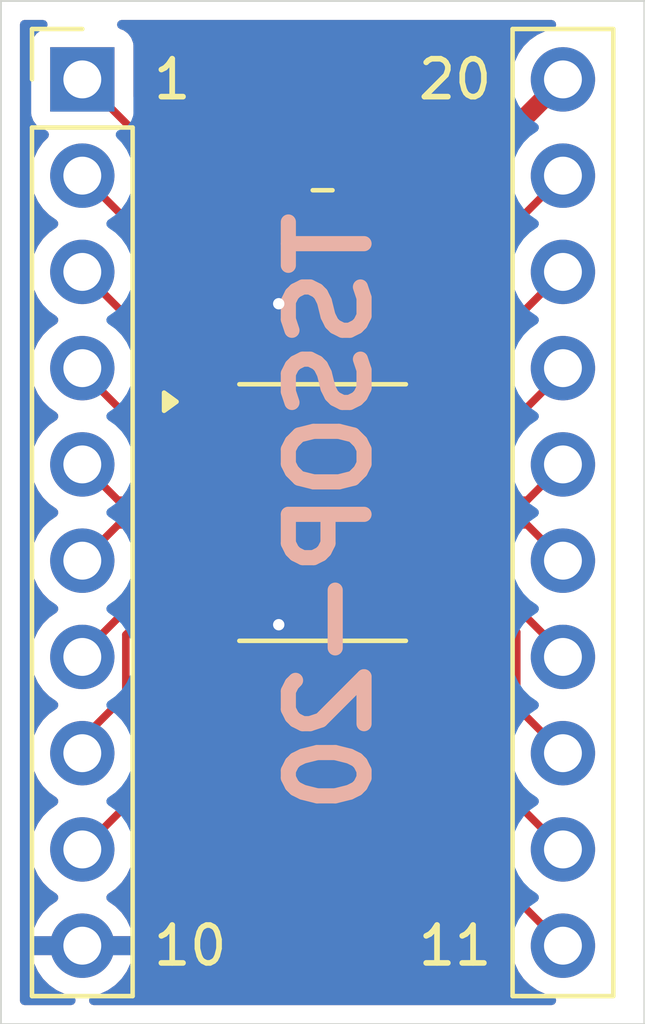
<source format=kicad_pcb>
(kicad_pcb (version 20240108) (generator "pcbnew") (generator_version "8.0")
  (layers (0 "F.Cu" signal) (31 "B.Cu" signal) (34 "B.Paste" user) (35 "F.Paste" user) (36 "B.SilkS" user "B.Silkscreen") (37 "F.SilkS" user "F.Silkscreen") (38 "B.Mask" user) (39 "F.Mask" user) (44 "Edge.Cuts" user))
  (net 0 "")
  (net 1 "Net-(J4-Pin_10)")
  (net 2 "/GND")
  (net 3 "Net-(J4-Pin_1)")
  (net 4 "Net-(J3-Pin_6)")
  (net 5 "Net-(J3-Pin_8)")
  (net 6 "Net-(J3-Pin_7)")
  (net 7 "Net-(J3-Pin_1)")
  (net 8 "Net-(J4-Pin_6)")
  (net 9 "Net-(J4-Pin_7)")
  (net 10 "Net-(J4-Pin_5)")
  (net 11 "Net-(J3-Pin_5)")
  (net 12 "Net-(J4-Pin_2)")
  (net 13 "Net-(J3-Pin_4)")
  (net 14 "Net-(J3-Pin_2)")
  (net 15 "Net-(J3-Pin_9)")
  (net 16 "Net-(J4-Pin_8)")
  (net 17 "Net-(J3-Pin_3)")
  (net 18 "Net-(J4-Pin_3)")
  (net 19 "Net-(J4-Pin_9)")
  (net 20 "Net-(J4-Pin_4)")
  (footprint "Connector_PinHeader_2.54mm:PinHeader_1x10_P2.54mm_Vertical" (layer "F.Cu") (at 52.15 52.07)
    (property "Reference" "J3" (hide yes))
    (property "Value" "tssop_20_left" (hide yes))
    (fp_line (start -1.33 -1.33) (end 0 -1.33) (stroke (width 0.12)) (layer "F.SilkS"))
    (fp_line (start -1.33 0) (end -1.33 -1.33) (stroke (width 0.12)) (layer "F.SilkS"))
    (fp_line (start -1.33 1.27) (end -1.33 24.19) (stroke (width 0.12)) (layer "F.SilkS"))
    (fp_line (start -1.33 1.27) (end 1.33 1.27) (stroke (width 0.12)) (layer "F.SilkS"))
    (fp_line (start -1.33 24.19) (end 1.33 24.19) (stroke (width 0.12)) (layer "F.SilkS"))
    (fp_line (start 1.33 1.27) (end 1.33 24.19) (stroke (width 0.12)) (layer "F.SilkS"))
    (pad "1" thru_hole rect (at 0 0) (size 1.7 1.7) (drill 1) (layers "*.Cu" "*.Mask") (net 7 "Net-(J3-Pin_1)"))
    (pad "2" thru_hole oval (at 0 2.54) (size 1.7 1.7) (drill 1) (layers "*.Cu" "*.Mask") (net 14 "Net-(J3-Pin_2)"))
    (pad "3" thru_hole oval (at 0 5.08) (size 1.7 1.7) (drill 1) (layers "*.Cu" "*.Mask") (net 17 "Net-(J3-Pin_3)"))
    (pad "4" thru_hole oval (at 0 7.62) (size 1.7 1.7) (drill 1) (layers "*.Cu" "*.Mask") (net 13 "Net-(J3-Pin_4)"))
    (pad "5" thru_hole oval (at 0 10.16) (size 1.7 1.7) (drill 1) (layers "*.Cu" "*.Mask") (net 11 "Net-(J3-Pin_5)"))
    (pad "6" thru_hole oval (at 0 12.7) (size 1.7 1.7) (drill 1) (layers "*.Cu" "*.Mask") (net 4 "Net-(J3-Pin_6)"))
    (pad "7" thru_hole oval (at 0 15.24) (size 1.7 1.7) (drill 1) (layers "*.Cu" "*.Mask") (net 6 "Net-(J3-Pin_7)"))
    (pad "8" thru_hole oval (at 0 17.78) (size 1.7 1.7) (drill 1) (layers "*.Cu" "*.Mask") (net 5 "Net-(J3-Pin_8)"))
    (pad "9" thru_hole oval (at 0 20.32) (size 1.7 1.7) (drill 1) (layers "*.Cu" "*.Mask") (net 15 "Net-(J3-Pin_9)"))
    (pad "10" thru_hole oval (at 0 22.86) (size 1.7 1.7) (drill 1) (layers "*.Cu" "*.Mask") (net 2 "/GND"))
  )
  (footprint "Package_SO:TSSOP-20_4.4x6.5mm_P0.65mm" (layer "F.Cu") (at 58.5 63.5)
    (property "Reference" "U2" (hide yes))
    (property "Value" "tssop-20" (hide yes))
    (fp_line (start 0 -3.385) (end -2.2 -3.385) (stroke (width 0.12)) (layer "F.SilkS"))
    (fp_line (start 0 -3.385) (end 2.2 -3.385) (stroke (width 0.12)) (layer "F.SilkS"))
    (fp_line (start 0 3.385) (end -2.2 3.385) (stroke (width 0.12)) (layer "F.SilkS"))
    (fp_line (start 0 3.385) (end 2.2 3.385) (stroke (width 0.12)) (layer "F.SilkS"))
    (fp_poly (pts (xy -3.86 -2.925) (xy -4.19 -3.165) (xy -4.19 -2.685) (xy -3.86 -2.925)) (stroke (width 0.12)) (fill solid) (layer "F.SilkS"))
    (pad "1" smd roundrect (at -2.8625 -2.925) (size 1.475 0.4) (layers "F.Cu" "F.Paste" "F.Mask") (net 7 "Net-(J3-Pin_1)"))
    (pad "2" smd roundrect (at -2.8625 -2.275) (size 1.475 0.4) (layers "F.Cu" "F.Paste" "F.Mask") (net 14 "Net-(J3-Pin_2)"))
    (pad "3" smd roundrect (at -2.8625 -1.625) (size 1.475 0.4) (layers "F.Cu" "F.Paste" "F.Mask") (net 17 "Net-(J3-Pin_3)"))
    (pad "4" smd roundrect (at -2.8625 -0.975) (size 1.475 0.4) (layers "F.Cu" "F.Paste" "F.Mask") (net 13 "Net-(J3-Pin_4)"))
    (pad "5" smd roundrect (at -2.8625 -0.325) (size 1.475 0.4) (layers "F.Cu" "F.Paste" "F.Mask") (net 11 "Net-(J3-Pin_5)"))
    (pad "6" smd roundrect (at -2.8625 0.325) (size 1.475 0.4) (layers "F.Cu" "F.Paste" "F.Mask") (net 4 "Net-(J3-Pin_6)"))
    (pad "7" smd roundrect (at -2.8625 0.975) (size 1.475 0.4) (layers "F.Cu" "F.Paste" "F.Mask") (net 6 "Net-(J3-Pin_7)"))
    (pad "8" smd roundrect (at -2.8625 1.625) (size 1.475 0.4) (layers "F.Cu" "F.Paste" "F.Mask") (net 5 "Net-(J3-Pin_8)"))
    (pad "9" smd roundrect (at -2.8625 2.275) (size 1.475 0.4) (layers "F.Cu" "F.Paste" "F.Mask") (net 15 "Net-(J3-Pin_9)"))
    (pad "10" smd roundrect (at -2.8625 2.925) (size 1.475 0.4) (layers "F.Cu" "F.Paste" "F.Mask") (net 2 "/GND"))
    (pad "11" smd roundrect (at 2.8625 2.925) (size 1.475 0.4) (layers "F.Cu" "F.Paste" "F.Mask") (net 3 "Net-(J4-Pin_1)"))
    (pad "12" smd roundrect (at 2.8625 2.275) (size 1.475 0.4) (layers "F.Cu" "F.Paste" "F.Mask") (net 12 "Net-(J4-Pin_2)"))
    (pad "13" smd roundrect (at 2.8625 1.625) (size 1.475 0.4) (layers "F.Cu" "F.Paste" "F.Mask") (net 18 "Net-(J4-Pin_3)"))
    (pad "14" smd roundrect (at 2.8625 0.975) (size 1.475 0.4) (layers "F.Cu" "F.Paste" "F.Mask") (net 20 "Net-(J4-Pin_4)"))
    (pad "15" smd roundrect (at 2.8625 0.325) (size 1.475 0.4) (layers "F.Cu" "F.Paste" "F.Mask") (net 10 "Net-(J4-Pin_5)"))
    (pad "16" smd roundrect (at 2.8625 -0.325) (size 1.475 0.4) (layers "F.Cu" "F.Paste" "F.Mask") (net 8 "Net-(J4-Pin_6)"))
    (pad "17" smd roundrect (at 2.8625 -0.975) (size 1.475 0.4) (layers "F.Cu" "F.Paste" "F.Mask") (net 9 "Net-(J4-Pin_7)"))
    (pad "18" smd roundrect (at 2.8625 -1.625) (size 1.475 0.4) (layers "F.Cu" "F.Paste" "F.Mask") (net 16 "Net-(J4-Pin_8)"))
    (pad "19" smd roundrect (at 2.8625 -2.275) (size 1.475 0.4) (layers "F.Cu" "F.Paste" "F.Mask") (net 19 "Net-(J4-Pin_9)"))
    (pad "20" smd roundrect (at 2.8625 -2.925) (size 1.475 0.4) (layers "F.Cu" "F.Paste" "F.Mask") (net 1 "Net-(J4-Pin_10)"))
  )
  (footprint "Connector_PinHeader_2.54mm:PinHeader_1x10_P2.54mm_Vertical" (layer "F.Cu") (at 64.85 74.93 180)
    (property "Reference" "J4" (hide yes))
    (property "Value" "tssop_20_right" (hide yes))
    (fp_line (start 1.33 -1.33) (end 1.33 24.19) (stroke (width 0.12)) (layer "F.SilkS"))
    (fp_line (start -1.33 24.19) (end 1.33 24.19) (stroke (width 0.12)) (layer "F.SilkS"))
    (fp_line (start -1.33 -1.33) (end 1.33 -1.33) (stroke (width 0.12)) (layer "F.SilkS"))
    (fp_line (start -1.33 -1.33) (end -1.33 24.19) (stroke (width 0.12)) (layer "F.SilkS"))
    (pad "1" thru_hole oval (at 0 0 180) (size 1.7 1.7) (drill 1) (layers "*.Cu" "*.Mask") (net 3 "Net-(J4-Pin_1)"))
    (pad "2" thru_hole oval (at 0 2.54 180) (size 1.7 1.7) (drill 1) (layers "*.Cu" "*.Mask") (net 12 "Net-(J4-Pin_2)"))
    (pad "3" thru_hole oval (at 0 5.08 180) (size 1.7 1.7) (drill 1) (layers "*.Cu" "*.Mask") (net 18 "Net-(J4-Pin_3)"))
    (pad "4" thru_hole oval (at 0 7.62 180) (size 1.7 1.7) (drill 1) (layers "*.Cu" "*.Mask") (net 20 "Net-(J4-Pin_4)"))
    (pad "5" thru_hole oval (at 0 10.16 180) (size 1.7 1.7) (drill 1) (layers "*.Cu" "*.Mask") (net 10 "Net-(J4-Pin_5)"))
    (pad "6" thru_hole oval (at 0 12.7 180) (size 1.7 1.7) (drill 1) (layers "*.Cu" "*.Mask") (net 8 "Net-(J4-Pin_6)"))
    (pad "7" thru_hole oval (at 0 15.24 180) (size 1.7 1.7) (drill 1) (layers "*.Cu" "*.Mask") (net 9 "Net-(J4-Pin_7)"))
    (pad "8" thru_hole oval (at 0 17.78 180) (size 1.7 1.7) (drill 1) (layers "*.Cu" "*.Mask") (net 16 "Net-(J4-Pin_8)"))
    (pad "9" thru_hole oval (at 0 20.32 180) (size 1.7 1.7) (drill 1) (layers "*.Cu" "*.Mask") (net 19 "Net-(J4-Pin_9)"))
    (pad "10" thru_hole oval (at 0 22.86 180) (size 1.7 1.7) (drill 1) (layers "*.Cu" "*.Mask") (net 1 "Net-(J4-Pin_10)"))
  )
  (footprint "Capacitor_SMD:C_0805_2012Metric_Pad1.18x1.45mm_HandSolder" (layer "F.Cu") (at 58.5 55.73)
    (property "Reference" "C2" (hide yes))
    (property "Value" "C" (hide yes))
    (fp_line (start -0.261252 -0.735) (end 0.261252 -0.735) (stroke (width 0.12)) (layer "F.SilkS"))
    (fp_line (start -0.261252 0.735) (end 0.261252 0.735) (stroke (width 0.12)) (layer "F.SilkS"))
    (pad "1" smd roundrect (at -1.0375 0) (size 1.175 1.45) (layers "F.Cu" "F.Paste" "F.Mask") (roundrect_rratio 0.212766) (net 2 "/GND"))
    (pad "2" smd roundrect (at 1.0375 0) (size 1.175 1.45) (layers "F.Cu" "F.Paste" "F.Mask") (roundrect_rratio 0.212766) (net 1 "Net-(J4-Pin_10)"))
  )
  (gr_rect (start 50 50) (end 67 77) (stroke (width 0.05)) (fill none) (layer "Edge.Cuts"))
  (gr_text "TSSOP-20" (at 58.69 63.5 90) (layer "B.SilkS") (effects (font (size 2 2) (thickness 0.4) (bold yes)) (justify mirror)))
  (gr_text "20" (at 63.05 52.07 0) (layer "F.SilkS") (effects (font (size 1 1) (thickness 0.15) (bold yes)) (justify right)))
  (gr_text "11" (at 63.05 74.93 0) (layer "F.SilkS") (effects (font (size 1 1) (thickness 0.15) (bold yes)) (justify right)))
  (gr_text "1" (at 53.95 52.07 0) (layer "F.SilkS") (effects (font (size 1 1) (thickness 0.15) (bold yes)) (justify left)))
  (gr_text "10" (at 53.95 74.93 0) (layer "F.SilkS") (effects (font (size 1 1) (thickness 0.15) (bold yes)) (justify left)))
  (segment (start 59.41 58.3925) (end 59.41 55.73) (width 0.5) (layer "F.Cu") (net 1))
  (segment (start 61.19 55.73) (end 64.85 52.07) (width 0.5) (layer "F.Cu") (net 1))
  (segment (start 59.41 55.73) (end 61.19 55.73) (width 0.5) (layer "F.Cu") (net 1))
  (segment (start 61.3625 60.575) (end 61.3625 60.345) (width 0.4) (layer "F.Cu") (net 1))
  (segment (start 61.3625 60.345) (end 59.41 58.3925) (width 0.5) (layer "F.Cu") (net 1))
  (segment (start 55.6375 66.6575) (end 55.6375 73.4325) (width 0.5) (layer "F.Cu") (net 2))
  (segment (start 57.34 55.735) (end 57.335 55.73) (width 0.2) (layer "F.Cu") (net 2))
  (segment (start 57.305 66.425) (end 55.6375 66.425) (width 0.4) (layer "F.Cu") (net 2))
  (segment (start 55.6375 66.425) (end 55.6375 66.6575) (width 0.4) (layer "F.Cu") (net 2))
  (segment (start 57.34 66.46) (end 57.305 66.425) (width 0.2) (layer "F.Cu") (net 2))
  (segment (start 54.14 74.93) (end 52.15 74.93) (width 0.5) (layer "F.Cu") (net 2))
  (segment (start 55.6375 73.4325) (end 54.14 74.93) (width 0.5) (layer "F.Cu") (net 2))
  (segment (start 57.34 57.99) (end 57.34 55.735) (width 0.5) (layer "F.Cu") (net 2))
  (via (at 57.34 57.99) (size 0.6) (drill 0.3) (layers "F.Cu" "B.Cu") (net 2))
  (via (at 57.34 66.46) (size 0.6) (drill 0.3) (layers "F.Cu" "B.Cu") (net 2))
  (segment (start 54.115 74.93) (end 52.15 74.93) (width 0.5) (layer "B.Cu") (net 2))
  (segment (start 57.34 71.705) (end 54.115 74.93) (width 0.5) (layer "B.Cu") (net 2))
  (segment (start 57.34 57.99) (end 57.34 71.705) (width 0.5) (layer "B.Cu") (net 2))
  (segment (start 61.3625 66.425) (end 61.3625 71.4425) (width 0.2) (layer "F.Cu") (net 3))
  (segment (start 61.3625 71.4425) (end 64.85 74.93) (width 0.2) (layer "F.Cu") (net 3))
  (segment (start 53.095 63.825) (end 52.15 64.77) (width 0.2) (layer "F.Cu") (net 4))
  (segment (start 55.6375 63.825) (end 53.095 63.825) (width 0.2) (layer "F.Cu") (net 4))
  (segment (start 55.6375 65.125) (end 54.900001 65.125) (width 0.2) (layer "F.Cu") (net 5))
  (segment (start 54.900001 65.125) (end 53.3 66.725001) (width 0.2) (layer "F.Cu") (net 5))
  (segment (start 53.3 68.32) (end 52.15 69.47) (width 0.2) (layer "F.Cu") (net 5))
  (segment (start 53.3 66.725001) (end 53.3 68.32) (width 0.2) (layer "F.Cu") (net 5))
  (segment (start 55.6375 64.475) (end 54.900001 64.475) (width 0.2) (layer "F.Cu") (net 6))
  (segment (start 52.15 67.225001) (end 52.15 67.31) (width 0.2) (layer "F.Cu") (net 6))
  (segment (start 54.900001 64.475) (end 52.15 67.225001) (width 0.2) (layer "F.Cu") (net 6))
  (segment (start 55.6375 60.575) (end 55.6375 55.5575) (width 0.2) (layer "F.Cu") (net 7))
  (segment (start 55.6375 55.5575) (end 52.15 52.07) (width 0.2) (layer "F.Cu") (net 7))
  (segment (start 61.3625 63.175) (end 63.905 63.175) (width 0.2) (layer "F.Cu") (net 8))
  (segment (start 63.905 63.175) (end 64.85 62.23) (width 0.2) (layer "F.Cu") (net 8))
  (segment (start 61.3625 62.525) (end 62.099999 62.525) (width 0.2) (layer "F.Cu") (net 9))
  (segment (start 62.099999 62.525) (end 64.85 59.774999) (width 0.2) (layer "F.Cu") (net 9))
  (segment (start 64.85 59.774999) (end 64.85 59.69) (width 0.2) (layer "F.Cu") (net 9))
  (segment (start 61.3625 63.825) (end 63.905 63.825) (width 0.2) (layer "F.Cu") (net 10))
  (segment (start 63.905 63.825) (end 64.85 64.77) (width 0.2) (layer "F.Cu") (net 10))
  (segment (start 55.6375 63.175) (end 53.095 63.175) (width 0.2) (layer "F.Cu") (net 11))
  (segment (start 53.095 63.175) (end 52.15 62.23) (width 0.2) (layer "F.Cu") (net 11))
  (segment (start 63.2 70.74) (end 64.85 72.39) (width 0.2) (layer "F.Cu") (net 12))
  (segment (start 62.099999 65.775) (end 63.2 66.875001) (width 0.2) (layer "F.Cu") (net 12))
  (segment (start 63.2 66.875001) (end 63.2 70.74) (width 0.2) (layer "F.Cu") (net 12))
  (segment (start 61.3625 65.775) (end 62.099999 65.775) (width 0.2) (layer "F.Cu") (net 12))
  (segment (start 52.15 59.774999) (end 52.15 59.69) (width 0.2) (layer "F.Cu") (net 13))
  (segment (start 55.6375 62.525) (end 54.900001 62.525) (width 0.2) (layer "F.Cu") (net 13))
  (segment (start 54.900001 62.525) (end 52.15 59.774999) (width 0.2) (layer "F.Cu") (net 13))
  (segment (start 55.6375 61.225) (end 54.900001 61.225) (width 0.2) (layer "F.Cu") (net 14))
  (segment (start 54.52 56.98) (end 52.15 54.61) (width 0.2) (layer "F.Cu") (net 14))
  (segment (start 54.900001 61.225) (end 54.52 60.844999) (width 0.2) (layer "F.Cu") (net 14))
  (segment (start 54.52 60.844999) (end 54.52 56.98) (width 0.2) (layer "F.Cu") (net 14))
  (segment (start 55.6375 65.775) (end 54.900001 65.775) (width 0.2) (layer "F.Cu") (net 15))
  (segment (start 53.75 70.79) (end 52.15 72.39) (width 0.2) (layer "F.Cu") (net 15))
  (segment (start 53.75 66.925001) (end 53.75 70.79) (width 0.2) (layer "F.Cu") (net 15))
  (segment (start 54.900001 65.775) (end 53.75 66.925001) (width 0.2) (layer "F.Cu") (net 15))
  (segment (start 61.3625 61.875) (end 62.099999 61.875) (width 0.2) (layer "F.Cu") (net 16))
  (segment (start 63.36 58.64) (end 64.85 57.15) (width 0.2) (layer "F.Cu") (net 16))
  (segment (start 63.36 60.614999) (end 63.36 58.64) (width 0.2) (layer "F.Cu") (net 16))
  (segment (start 62.099999 61.875) (end 63.36 60.614999) (width 0.2) (layer "F.Cu") (net 16))
  (segment (start 54.12 59.12) (end 52.15 57.15) (width 0.2) (layer "F.Cu") (net 17))
  (segment (start 55.6375 61.875) (end 54.900001 61.875) (width 0.2) (layer "F.Cu") (net 17))
  (segment (start 54.12 61.094999) (end 54.12 59.12) (width 0.2) (layer "F.Cu") (net 17))
  (segment (start 54.900001 61.875) (end 54.12 61.094999) (width 0.2) (layer "F.Cu") (net 17))
  (segment (start 63.63 68.63) (end 64.85 69.85) (width 0.2) (layer "F.Cu") (net 18))
  (segment (start 62.099999 65.125) (end 63.63 66.655001) (width 0.2) (layer "F.Cu") (net 18))
  (segment (start 61.3625 65.125) (end 62.099999 65.125) (width 0.2) (layer "F.Cu") (net 18))
  (segment (start 63.63 66.655001) (end 63.63 68.63) (width 0.2) (layer "F.Cu") (net 18))
  (segment (start 62.49 56.97) (end 64.85 54.61) (width 0.2) (layer "F.Cu") (net 19))
  (segment (start 62.099999 61.225) (end 62.49 60.834999) (width 0.2) (layer "F.Cu") (net 19))
  (segment (start 62.49 60.834999) (end 62.49 56.97) (width 0.2) (layer "F.Cu") (net 19))
  (segment (start 61.3625 61.225) (end 62.099999 61.225) (width 0.2) (layer "F.Cu") (net 19))
  (segment (start 62.099999 64.475) (end 64.85 67.225001) (width 0.2) (layer "F.Cu") (net 20))
  (segment (start 61.3625 64.475) (end 62.099999 64.475) (width 0.2) (layer "F.Cu") (net 20))
  (segment (start 64.85 67.225001) (end 64.85 67.31) (width 0.2) (layer "F.Cu") (net 20))
  (zone (net 2) (net_name "/GND") (layers "F&B.Cu") (connect_pads (clearance 0.5)) (min_thickness 0.25) (fill yes (thermal_gap 0.5) (thermal_bridge_width 0.5))
    (polygon (pts (xy 50 50) (xy 67 50) (xy 67 77) (xy 50 77)))
  )
)
</source>
